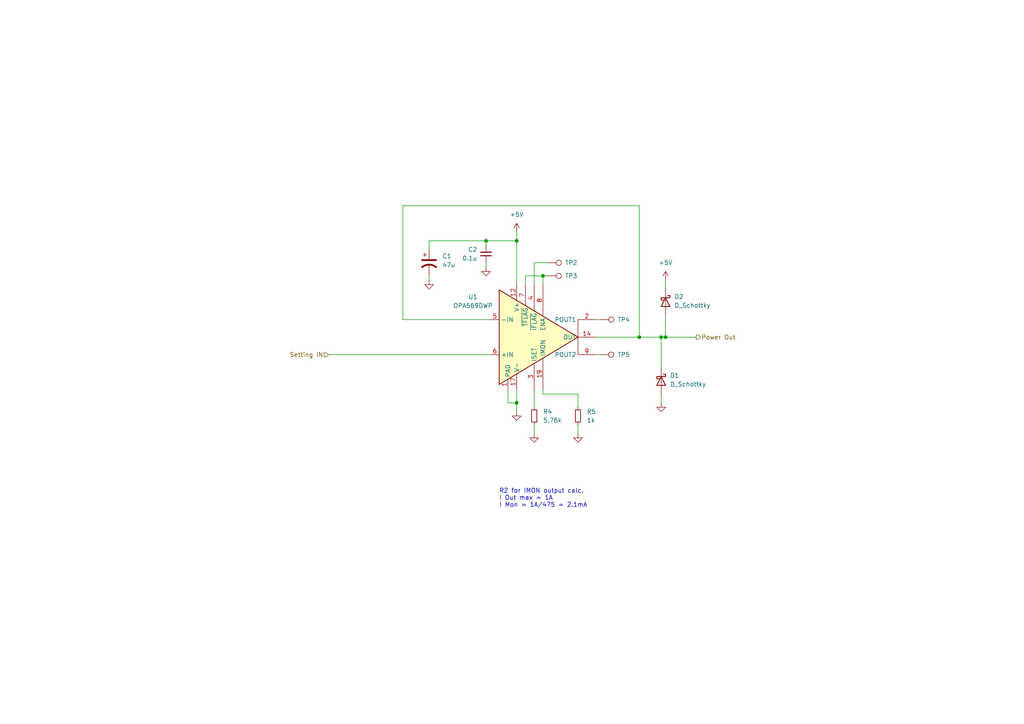
<source format=kicad_sch>
(kicad_sch (version 20211123) (generator eeschema)
  (paper "A4")
  (title_block (title "Battery Simulator PCB") (date "2022-12-27") (rev "1") (company "SK Electronics Consulting") (comment 1 "Client: None"))
  (lib_symbols
    (symbol "Amplifier_Operational:OPA569DWP"
      (property "Reference" "U" (at 6.35 11.43 0))
      (property "Value" "OPA569DWP" (at 10.16 8.89 0))
      (symbol "OPA569DWP_0_0"
        (pin no_connect line (at -12.7 0 0) (length 2.54) hide (name "NC") (number "16"))
        (pin passive line (at -10.16 -15.24 90) (length 3.048) hide (name "PAD") (number "21"))
      )
      (symbol "OPA569DWP_0_1"
        (polyline (pts (xy 10.16 5.08) (xy 10.16 -5.08)) (stroke (width 0.1524)))
        (polyline (pts (xy 10.16 0) (xy -12.7 -13.716) (xy -12.7 13.716) (xy 10.16 0)) (stroke (width 0.254)) (fill (type background)))
      )
      (symbol "OPA569DWP_1_1"
        (pin power_in line (at -10.16 -15.24 90) (length 3.048) (name "PAD") (number "1"))
        (pin passive line (at -10.16 -15.24 90) (length 3.048) hide (name "PAD") (number "10"))
        (pin passive line (at -10.16 -15.24 90) (length 3.048) hide (name "PAD") (number "11"))
        (pin power_in line (at -7.62 15.24 270) (length 4.572) (name "V+") (number "12"))
        (pin passive line (at -7.62 15.24 270) (length 4.572) hide (name "V+") (number "13"))
        (pin output line (at 15.24 0 180) (length 5.08) (name "OUT") (number "14"))
        (pin passive line (at 15.24 0 180) (length 5.08) hide (name "OUT") (number "15"))
        (pin power_in line (at -7.62 -15.24 90) (length 4.572) (name "V-") (number "17"))
        (pin passive line (at -7.62 -15.24 90) (length 4.572) hide (name "V-") (number "18"))
        (pin output line (at 0 -15.24 90) (length 9.144) (name "IMON") (number "19"))
        (pin output line (at 15.24 5.08 180) (length 5.08) (name "POUT1") (number "2"))
        (pin passive line (at -10.16 -15.24 90) (length 3.048) hide (name "PAD") (number "20"))
        (pin output line (at -2.54 -15.24 90) (length 7.62) (name "ISET") (number "3"))
        (pin output line (at -2.54 15.24 270) (length 7.62) (name "~{IFLAG}") (number "4"))
        (pin input line (at -15.24 5.08 0) (length 2.54) (name "-IN") (number "5"))
        (pin input line (at -15.24 -5.08 0) (length 2.54) (name "+IN") (number "6"))
        (pin output line (at -5.08 15.24 270) (length 6.096) (name "~{TFLAG}") (number "7"))
        (pin input line (at 0 15.24 270) (length 9.144) (name "ENA") (number "8"))
        (pin output line (at 15.24 -5.08 180) (length 5.08) (name "POUT2") (number "9"))
      )
    )
    (symbol "Connector:TestPoint" (pin_numbers hide) (pin_names (offset 0.762) hide)
      (property "Reference" "TP" (at 0 6.858 0))
      (property "Value" "TestPoint" (at 0 5.08 0))
      (symbol "TestPoint_0_1"
        (circle (center 0 3.302) (radius 0.762))
      )
      (symbol "TestPoint_1_1"
        (pin passive line (at 0 0 90) (length 2.54) (name "1") (number "1"))
      )
    )
    (symbol "Device:C_Polarized_US" (pin_numbers hide) (pin_names (offset 0.254) hide)
      (property "Reference" "C" (at 0.635 2.54 0))
      (property "Value" "C_Polarized_US" (at 0.635 -2.54 0))
      (symbol "C_Polarized_US_0_1"
        (polyline (pts (xy -2.032 0.762) (xy 2.032 0.762)) (stroke (width 0.508)))
        (polyline (pts (xy -1.778 2.286) (xy -0.762 2.286)))
        (polyline (pts (xy -1.27 1.778) (xy -1.27 2.794)))
        (arc (start 2.032 -1.27) (mid 0 -0.5572) (end -2.032 -1.27) (stroke (width 0.508)))
      )
      (symbol "C_Polarized_US_1_1"
        (pin passive line (at 0 3.81 270) (length 2.794) (name "~") (number "1"))
        (pin passive line (at 0 -3.81 90) (length 3.302) (name "~") (number "2"))
      )
    )
    (symbol "Device:C_Small" (pin_numbers hide) (pin_names (offset 0.254) hide)
      (property "Reference" "C" (at 0.254 1.778 0))
      (property "Value" "C_Small" (at 0.254 -2.032 0))
      (symbol "C_Small_0_1"
        (polyline (pts (xy -1.524 -0.508) (xy 1.524 -0.508)) (stroke (width 0.3302)))
        (polyline (pts (xy -1.524 0.508) (xy 1.524 0.508)) (stroke (width 0.3048)))
      )
      (symbol "C_Small_1_1"
        (pin passive line (at 0 2.54 270) (length 2.032) (name "~") (number "1"))
        (pin passive line (at 0 -2.54 90) (length 2.032) (name "~") (number "2"))
      )
    )
    (symbol "Device:D_Schottky" (pin_numbers hide) (pin_names (offset 1.016) hide)
      (property "Reference" "D" (at 0 2.54 0))
      (property "Value" "D_Schottky" (at 0 -2.54 0))
      (symbol "D_Schottky_0_1"
        (polyline (pts (xy 1.27 0) (xy -1.27 0)))
        (polyline (pts (xy 1.27 1.27) (xy 1.27 -1.27) (xy -1.27 0) (xy 1.27 1.27)) (stroke (width 0.254)))
        (polyline (pts (xy -1.905 0.635) (xy -1.905 1.27) (xy -1.27 1.27) (xy -1.27 -1.27) (xy -0.635 -1.27) (xy -0.635 -0.635)) (stroke (width 0.254)))
      )
      (symbol "D_Schottky_1_1"
        (pin passive line (at -3.81 0 0) (length 2.54) (name "K") (number "1"))
        (pin passive line (at 3.81 0 180) (length 2.54) (name "A") (number "2"))
      )
    )
    (symbol "Device:R_Small" (pin_numbers hide) (pin_names (offset 0.254) hide)
      (property "Reference" "R" (at 0.762 0.508 0))
      (property "Value" "R_Small" (at 0.762 -1.016 0))
      (symbol "R_Small_0_1"
        (rectangle (start -0.762 1.778) (end 0.762 -1.778) (stroke (width 0.2032)))
      )
      (symbol "R_Small_1_1"
        (pin passive line (at 0 2.54 270) (length 0.762) (name "~") (number "1"))
        (pin passive line (at 0 -2.54 90) (length 0.762) (name "~") (number "2"))
      )
    )
    (symbol "power:+5V" (power) (pin_names (offset 0))
      (property "Value" "+5V" (at 0 3.556 0))
      (symbol "+5V_0_1"
        (polyline (pts (xy -0.762 1.27) (xy 0 2.54)))
        (polyline (pts (xy 0 0) (xy 0 2.54)))
        (polyline (pts (xy 0 2.54) (xy 0.762 1.27)))
      )
      (symbol "+5V_1_1"
        (pin power_in line (at 0 0 90) (length 0) hide (name "+5V") (number "1"))
      )
    )
    (symbol "power:GND" (power) (pin_names (offset 0))
      (property "Value" "GND" (at 0 -3.81 0))
      (symbol "GND_0_1"
        (polyline (pts (xy 0 0) (xy 0 -1.27) (xy 1.27 -1.27) (xy 0 -2.54) (xy -1.27 -1.27) (xy 0 -1.27)))
      )
      (symbol "GND_1_1"
        (pin power_in line (at 0 0 270) (length 0) hide (name "GND") (number "1"))
      )
    )
  )
  (junction (at 149.86 69.85))
  (junction (at 149.86 116.84))
  (junction (at 185.42 97.79))
  (junction (at 157.48 80.01))
  (junction (at 140.97 69.85))
  (junction (at 191.77 97.79))
  (junction (at 193.04 97.79))
  (wire (pts (xy 193.04 97.79) (xy 201.93 97.79)))
  (wire (pts (xy 142.24 92.71) (xy 116.84 92.71)))
  (wire (pts (xy 193.04 97.79) (xy 191.77 97.79)))
  (wire (pts (xy 157.48 80.01) (xy 157.48 82.55)))
  (wire (pts (xy 140.97 71.12) (xy 140.97 69.85)))
  (wire (pts (xy 116.84 59.69) (xy 185.42 59.69)))
  (wire (pts (xy 140.97 69.85) (xy 149.86 69.85)))
  (wire (pts (xy 157.48 113.03) (xy 157.48 114.3)))
  (wire (pts (xy 140.97 76.2) (xy 140.97 77.47)))
  (wire (pts (xy 152.4 82.55) (xy 152.4 80.01)))
  (wire (pts (xy 172.72 97.79) (xy 185.42 97.79)))
  (wire (pts (xy 124.46 69.85) (xy 140.97 69.85)))
  (wire (pts (xy 167.64 114.3) (xy 167.64 118.11)))
  (wire (pts (xy 172.72 92.71) (xy 173.99 92.71)))
  (wire (pts (xy 154.94 76.2) (xy 154.94 82.55)))
  (wire (pts (xy 116.84 92.71) (xy 116.84 59.69)))
  (wire (pts (xy 124.46 72.39) (xy 124.46 69.85)))
  (wire (pts (xy 191.77 114.3) (xy 191.77 116.84)))
  (wire (pts (xy 167.64 123.19) (xy 167.64 125.73)))
  (wire (pts (xy 149.86 67.31) (xy 149.86 69.85)))
  (wire (pts (xy 149.86 116.84) (xy 149.86 119.38)))
  (wire (pts (xy 172.72 102.87) (xy 173.99 102.87)))
  (wire (pts (xy 185.42 59.69) (xy 185.42 97.79)))
  (wire (pts (xy 147.32 113.03) (xy 147.32 116.84)))
  (wire (pts (xy 157.48 114.3) (xy 167.64 114.3)))
  (wire (pts (xy 157.48 80.01) (xy 158.75 80.01)))
  (wire (pts (xy 124.46 80.01) (xy 124.46 81.28)))
  (wire (pts (xy 193.04 91.44) (xy 193.04 97.79)))
  (wire (pts (xy 158.75 76.2) (xy 154.94 76.2)))
  (wire (pts (xy 185.42 97.79) (xy 191.77 97.79)))
  (wire (pts (xy 149.86 113.03) (xy 149.86 116.84)))
  (wire (pts (xy 193.04 81.28) (xy 193.04 83.82)))
  (wire (pts (xy 154.94 113.03) (xy 154.94 118.11)))
  (wire (pts (xy 152.4 80.01) (xy 157.48 80.01)))
  (wire (pts (xy 149.86 69.85) (xy 149.86 82.55)))
  (wire (pts (xy 95.25 102.87) (xy 142.24 102.87)))
  (wire (pts (xy 191.77 97.79) (xy 191.77 106.68)))
  (wire (pts (xy 154.94 123.19) (xy 154.94 125.73)))
  (wire (pts (xy 147.32 116.84) (xy 149.86 116.84)))
  (text "R2 for IMON output calc.\nI Out max = 1A\nI Mon = 1A/475 = 2.1mA" (at 144.78 147.32 0) (effects (font (size 1.27 1.27)) (justify left bottom)))
  (hierarchical_label "Power Out" (shape output) (at 201.93 97.79 0))
  (hierarchical_label "Setting IN" (shape input) (at 95.25 102.87 180))
  (symbol (lib_id "power:GND") (at 191.77 116.84 0) (unit 1)
    (property "Reference" "#PWR011" (effects hide))
    (property "Value" "GND" (effects hide))
  )
  (symbol (lib_id "Connector:TestPoint") (at 158.75 80.01 270) (unit 1)
    (property "Reference" "TP3" (at 163.83 80.0099 90) (effects (justify left)))
    (property "Value" "TestPoint" (effects hide))
    (property "Footprint" "TestPoint:TestPoint_Keystone_5005-5009_Compact" (effects hide))
  )
  (symbol (lib_id "Connector:TestPoint") (at 158.75 76.2 270) (unit 1)
    (property "Reference" "TP2" (at 163.83 76.1999 90) (effects (justify left)))
    (property "Value" "TestPoint" (effects hide))
    (property "Footprint" "TestPoint:TestPoint_Keystone_5005-5009_Compact" (effects hide))
  )
  (symbol (lib_id "Device:D_Schottky") (at 193.04 87.63 270) (unit 1)
    (property "Reference" "D2" (at 195.58 86.0424 90) (effects (justify left)))
    (property "Value" "D_Schottky" (at 195.58 88.5824 90) (effects (justify left)))
    (property "Footprint" "Diode_SMD:D_SMA-SMB_Universal_Handsoldering" (effects hide))
  )
  (symbol (lib_id "Connector:TestPoint") (at 173.99 102.87 270) (unit 1)
    (property "Reference" "TP5" (at 179.07 102.8699 90) (effects (justify left)))
    (property "Value" "TestPoint" (effects hide))
    (property "Footprint" "TestPoint:TestPoint_Keystone_5010-5014_Multipurpose" (effects hide))
  )
  (symbol (lib_id "Device:D_Schottky") (at 191.77 110.49 270) (unit 1)
    (property "Reference" "D1" (at 194.31 108.9024 90) (effects (justify left)))
    (property "Value" "D_Schottky" (at 194.31 111.4424 90) (effects (justify left)))
    (property "Footprint" "Diode_SMD:D_SMA-SMB_Universal_Handsoldering" (effects hide))
  )
  (symbol (lib_id "Device:R_Small") (at 167.64 120.65 0) (unit 1)
    (property "Reference" "R5" (at 170.18 119.3799 0) (effects (justify left)))
    (property "Value" "1k" (at 170.18 121.9199 0) (effects (justify left)))
    (property "Footprint" "Resistor_SMD:R_0402_1005Metric_Pad0.72x0.64mm_HandSolder" (effects hide))
  )
  (symbol (lib_id "Connector:TestPoint") (at 173.99 92.71 270) (unit 1)
    (property "Reference" "TP4" (at 179.07 92.7099 90) (effects (justify left)))
    (property "Value" "TestPoint" (effects hide))
    (property "Footprint" "TestPoint:TestPoint_Keystone_5010-5014_Multipurpose" (effects hide))
  )
  (symbol (lib_id "Device:C_Polarized_US") (at 124.46 76.2 0) (unit 1)
    (property "Reference" "C1" (at 128.27 74.2949 0) (effects (justify left)))
    (property "Value" "47u" (at 128.27 76.8349 0) (effects (justify left)))
    (property "Footprint" "Capacitor_Tantalum_SMD:CP_EIA-6032-20_AVX-F_Pad2.25x2.35mm_HandSolder" (effects hide))
    (property "Mfg" "Kyocera AVX" (effects hide))
    (property "P/N" "TPSC476K016R0110" (effects hide))
  )
  (symbol (lib_id "Device:C_Small") (at 140.97 73.66 0) (mirror x) (unit 1)
    (property "Reference" "C2" (at 138.43 72.3835 0) (effects (justify right)))
    (property "Value" "0.1u" (at 138.43 74.9235 0) (effects (justify right)))
    (property "Footprint" "Capacitor_SMD:C_0402_1005Metric_Pad0.74x0.62mm_HandSolder" (effects hide))
  )
  (symbol (lib_id "power:GND") (at 124.46 81.28 0) (unit 1)
    (property "Reference" "#PWR03" (effects hide))
    (property "Value" "GND" (effects hide))
  )
  (symbol (lib_id "power:GND") (at 140.97 77.47 0) (unit 1)
    (property "Reference" "#PWR04" (effects hide))
    (property "Value" "GND" (effects hide))
  )
  (symbol (lib_id "power:GND") (at 154.94 125.73 0) (unit 1)
    (property "Reference" "#PWR09" (effects hide))
    (property "Value" "GND" (effects hide))
  )
  (symbol (lib_id "Device:R_Small") (at 154.94 120.65 0) (unit 1)
    (property "Reference" "R4" (at 157.48 119.3799 0) (effects (justify left)))
    (property "Value" "5.76k" (at 157.48 121.9199 0) (effects (justify left)))
    (property "Footprint" "Resistor_SMD:R_0402_1005Metric_Pad0.72x0.64mm_HandSolder" (effects hide))
  )
  (symbol (lib_id "power:+5V") (at 193.04 81.28 0) (unit 1)
    (property "Reference" "#PWR012" (effects hide))
    (property "Value" "+5V" (at 193.04 76.2 0))
  )
  (symbol (lib_id "power:GND") (at 167.64 125.73 0) (unit 1)
    (property "Reference" "#PWR010" (effects hide))
    (property "Value" "GND" (effects hide))
  )
  (symbol (lib_id "power:GND") (at 149.86 119.38 0) (unit 1)
    (property "Reference" "#PWR06" (effects hide))
    (property "Value" "GND" (effects hide))
  )
  (symbol (lib_id "Amplifier_Operational:OPA569DWP") (at 157.48 97.79 0) (unit 1)
    (property "Reference" "U1" (at 137.16 86.1312 0))
    (property "Value" "OPA569DWP" (at 137.16 88.6712 0))
    (property "Footprint" "Package_SO:SO-20-1EP_7.52x12.825mm_P1.27mm_EP6.045x12.09mm_Mask3.56x4.47mm" (effects hide))
    (property "Datasheet" "http://www.ti.com/lit/ds/symlink/opa569.pdf" (effects hide))
  )
  (symbol (lib_id "power:+5V") (at 149.86 67.31 0) (unit 1)
    (property "Reference" "#PWR05" (effects hide))
    (property "Value" "+5V" (at 149.86 62.23 0))
  )
)
</source>
